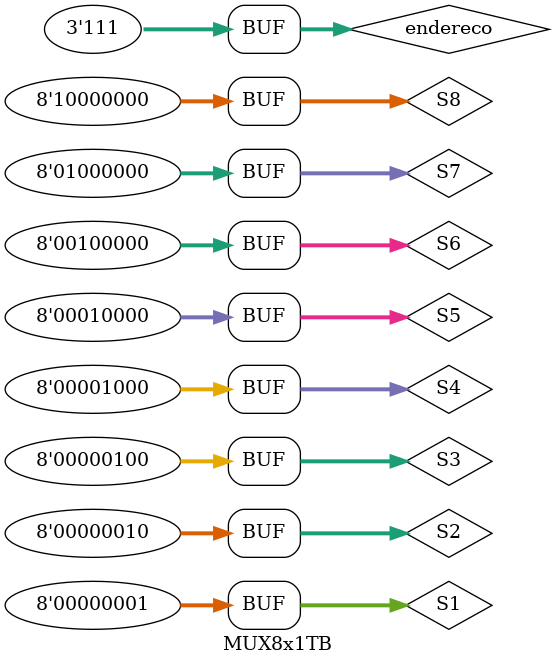
<source format=v>
`timescale 1ps / 1ps

module MUX8x1TB;

    reg [7:0] S1, S2, S3, S4, S5, S6, S7, S8;
    reg [2:0] endereco;
    wire [7:0] dados_selecionados;

    MUX8x1 multiplexador (
        S1, S2, S3, S4, S5, S6, S7, S8, endereco, dados_selecionados
    );

    initial begin
        S1 = 8'b00000001; S2 = 8'b00000010; S3 = 8'b00000100; S4 = 8'b00001000;
        S5 = 8'b00010000; S6 = 8'b00100000; S7 = 8'b01000000; S8 = 8'b10000000;

        endereco = 3'b000; #100;
        endereco = 3'b001; #100;
        endereco = 3'b010; #100;
        endereco = 3'b011; #100;
        endereco = 3'b100; #100;
        endereco = 3'b101; #100;
        endereco = 3'b110; #100;
        endereco = 3'b111; #100;

    end

endmodule

</source>
